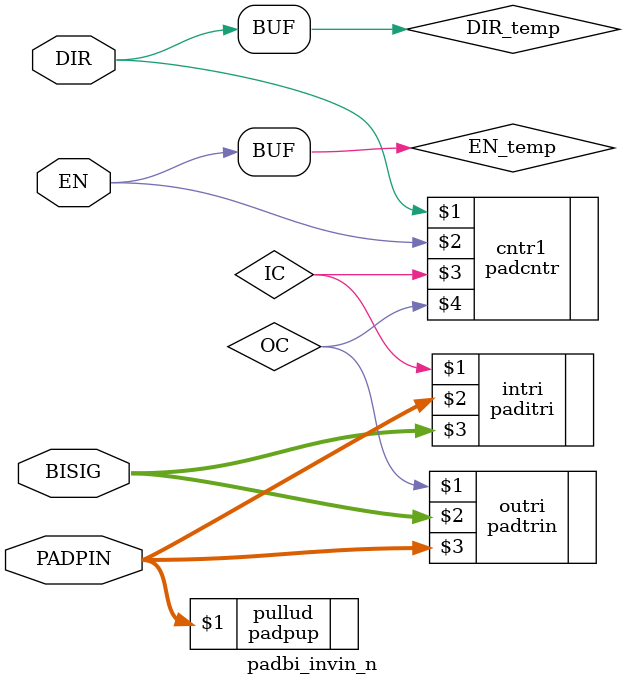
<source format=v>
module padbi_invin_n(EN,DIR,BISIG,PADPIN);
  parameter M = 7;
  parameter N = 0;
  parameter SLIM_FLAG = 0;
  parameter OUTDRIVE = "4MA";
  parameter LEVEL_SHIFTING = 0;
  parameter SCHMITT_TRIGGER = 0;
  parameter PULL_TYPE = "None";
  parameter
        d_EN_r = 0,
        d_EN_f = 0,
        d_DIR_r = 0,
        d_DIR_f = 0,
        d_BISIG = 1,
        d_PADPIN = 1;
  input  EN;
  input  DIR;
  inout [M:N] BISIG;
  inout [M:N] PADPIN;
  wire  EN_temp;
  wire  DIR_temp;
  wire [M:N] BISIG_temp;
  wire [M:N] PADPIN_temp;
  wire  IC;
  wire  OC;
  assign #(d_EN_r,d_EN_f) EN_temp = EN;
  assign #(d_DIR_r,d_DIR_f) DIR_temp = DIR;
  padpup #(M,N,PULL_TYPE) pullud (PADPIN);
  padtrin #(M,N,PULL_TYPE) outri (OC,BISIG,PADPIN);
  paditri #(M,N) intri (IC,PADPIN,BISIG);
  padcntr cntr1 (DIR_temp,EN_temp,IC,OC);
endmodule

</source>
